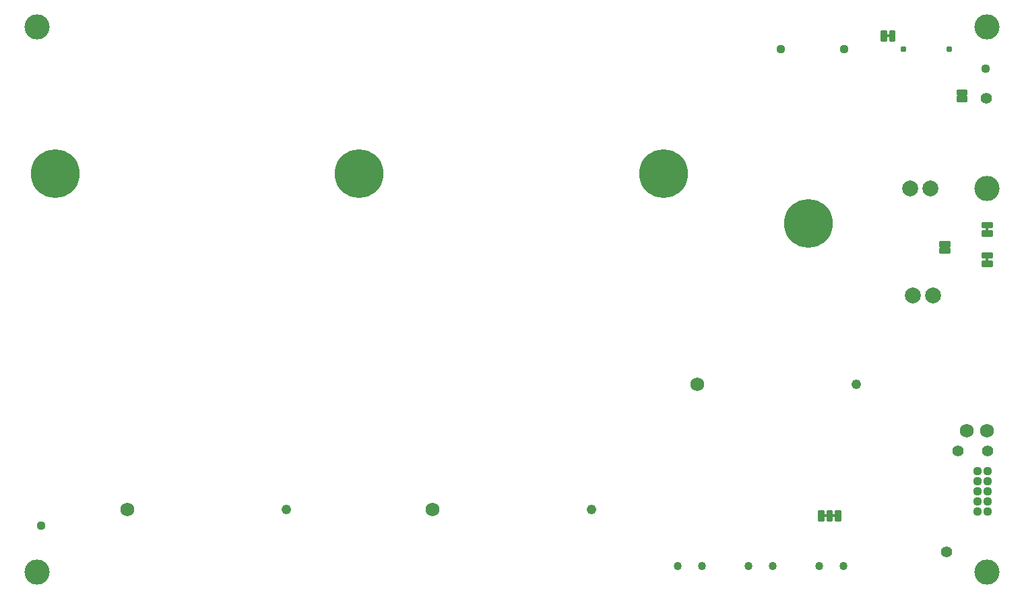
<source format=gbs>
G04 EAGLE Gerber RS-274X export*
G75*
%MOMM*%
%FSLAX34Y34*%
%LPD*%
%INSoldermask Bottom*%
%IPPOS*%
%AMOC8*
5,1,8,0,0,1.08239X$1,22.5*%
G01*
%ADD10C,6.127000*%
%ADD11C,3.175000*%
%ADD12C,1.227000*%
%ADD13C,1.727000*%
%ADD14C,0.777000*%
%ADD15C,1.127000*%
%ADD16C,1.397000*%
%ADD17C,0.228600*%
%ADD18C,2.006600*%
%ADD19C,0.228344*%
%ADD20C,1.027000*%

G36*
X1220535Y454672D02*
X1220535Y454672D01*
X1220601Y454674D01*
X1220644Y454692D01*
X1220691Y454700D01*
X1220748Y454734D01*
X1220808Y454759D01*
X1220843Y454790D01*
X1220884Y454815D01*
X1220926Y454866D01*
X1220974Y454910D01*
X1220996Y454952D01*
X1221025Y454989D01*
X1221046Y455051D01*
X1221077Y455110D01*
X1221085Y455164D01*
X1221097Y455201D01*
X1221096Y455241D01*
X1221104Y455295D01*
X1221104Y459105D01*
X1221093Y459170D01*
X1221091Y459236D01*
X1221073Y459279D01*
X1221065Y459326D01*
X1221031Y459383D01*
X1221006Y459443D01*
X1220975Y459478D01*
X1220950Y459519D01*
X1220899Y459561D01*
X1220855Y459609D01*
X1220813Y459631D01*
X1220776Y459660D01*
X1220714Y459681D01*
X1220655Y459712D01*
X1220601Y459720D01*
X1220564Y459732D01*
X1220524Y459731D01*
X1220470Y459739D01*
X1217930Y459739D01*
X1217865Y459728D01*
X1217799Y459726D01*
X1217756Y459708D01*
X1217709Y459700D01*
X1217652Y459666D01*
X1217592Y459641D01*
X1217557Y459610D01*
X1217516Y459585D01*
X1217475Y459534D01*
X1217426Y459490D01*
X1217404Y459448D01*
X1217375Y459411D01*
X1217354Y459349D01*
X1217323Y459290D01*
X1217315Y459236D01*
X1217303Y459199D01*
X1217303Y459195D01*
X1217303Y459194D01*
X1217304Y459159D01*
X1217296Y459105D01*
X1217296Y455295D01*
X1217307Y455230D01*
X1217309Y455164D01*
X1217327Y455121D01*
X1217335Y455074D01*
X1217369Y455017D01*
X1217394Y454957D01*
X1217425Y454922D01*
X1217450Y454881D01*
X1217501Y454840D01*
X1217545Y454791D01*
X1217587Y454769D01*
X1217624Y454740D01*
X1217686Y454719D01*
X1217745Y454688D01*
X1217799Y454680D01*
X1217836Y454668D01*
X1217876Y454669D01*
X1217930Y454661D01*
X1220470Y454661D01*
X1220535Y454672D01*
G37*
G36*
X1220535Y416572D02*
X1220535Y416572D01*
X1220601Y416574D01*
X1220644Y416592D01*
X1220691Y416600D01*
X1220748Y416634D01*
X1220808Y416659D01*
X1220843Y416690D01*
X1220884Y416715D01*
X1220926Y416766D01*
X1220974Y416810D01*
X1220996Y416852D01*
X1221025Y416889D01*
X1221046Y416951D01*
X1221077Y417010D01*
X1221085Y417064D01*
X1221097Y417101D01*
X1221096Y417141D01*
X1221104Y417195D01*
X1221104Y421005D01*
X1221093Y421070D01*
X1221091Y421136D01*
X1221073Y421179D01*
X1221065Y421226D01*
X1221031Y421283D01*
X1221006Y421343D01*
X1220975Y421378D01*
X1220950Y421419D01*
X1220899Y421461D01*
X1220855Y421509D01*
X1220813Y421531D01*
X1220776Y421560D01*
X1220714Y421581D01*
X1220655Y421612D01*
X1220601Y421620D01*
X1220564Y421632D01*
X1220524Y421631D01*
X1220470Y421639D01*
X1217930Y421639D01*
X1217865Y421628D01*
X1217799Y421626D01*
X1217756Y421608D01*
X1217709Y421600D01*
X1217652Y421566D01*
X1217592Y421541D01*
X1217557Y421510D01*
X1217516Y421485D01*
X1217475Y421434D01*
X1217426Y421390D01*
X1217404Y421348D01*
X1217375Y421311D01*
X1217354Y421249D01*
X1217323Y421190D01*
X1217315Y421136D01*
X1217303Y421099D01*
X1217303Y421095D01*
X1217303Y421094D01*
X1217304Y421059D01*
X1217296Y421005D01*
X1217296Y417195D01*
X1217307Y417130D01*
X1217309Y417064D01*
X1217327Y417021D01*
X1217335Y416974D01*
X1217369Y416917D01*
X1217394Y416857D01*
X1217425Y416822D01*
X1217450Y416781D01*
X1217501Y416740D01*
X1217545Y416691D01*
X1217587Y416669D01*
X1217624Y416640D01*
X1217686Y416619D01*
X1217745Y416588D01*
X1217799Y416580D01*
X1217836Y416568D01*
X1217876Y416569D01*
X1217930Y416561D01*
X1220470Y416561D01*
X1220535Y416572D01*
G37*
G36*
X1096710Y698385D02*
X1096710Y698385D01*
X1096776Y698387D01*
X1096819Y698405D01*
X1096866Y698413D01*
X1096923Y698447D01*
X1096983Y698472D01*
X1097018Y698503D01*
X1097059Y698528D01*
X1097101Y698579D01*
X1097149Y698623D01*
X1097171Y698665D01*
X1097200Y698702D01*
X1097221Y698764D01*
X1097252Y698823D01*
X1097260Y698877D01*
X1097272Y698914D01*
X1097271Y698954D01*
X1097279Y699008D01*
X1097279Y701548D01*
X1097268Y701613D01*
X1097266Y701679D01*
X1097248Y701722D01*
X1097240Y701769D01*
X1097206Y701826D01*
X1097181Y701886D01*
X1097150Y701921D01*
X1097125Y701962D01*
X1097074Y702004D01*
X1097030Y702052D01*
X1096988Y702074D01*
X1096951Y702103D01*
X1096889Y702124D01*
X1096830Y702155D01*
X1096776Y702163D01*
X1096739Y702175D01*
X1096699Y702174D01*
X1096645Y702182D01*
X1092835Y702182D01*
X1092770Y702171D01*
X1092704Y702169D01*
X1092661Y702151D01*
X1092614Y702143D01*
X1092557Y702109D01*
X1092497Y702084D01*
X1092462Y702053D01*
X1092421Y702028D01*
X1092380Y701977D01*
X1092331Y701933D01*
X1092309Y701891D01*
X1092280Y701854D01*
X1092259Y701792D01*
X1092228Y701733D01*
X1092220Y701679D01*
X1092208Y701642D01*
X1092208Y701639D01*
X1092209Y701602D01*
X1092201Y701548D01*
X1092201Y699008D01*
X1092212Y698943D01*
X1092214Y698877D01*
X1092232Y698834D01*
X1092240Y698787D01*
X1092274Y698730D01*
X1092299Y698670D01*
X1092330Y698635D01*
X1092355Y698594D01*
X1092406Y698553D01*
X1092450Y698504D01*
X1092492Y698482D01*
X1092529Y698453D01*
X1092591Y698432D01*
X1092650Y698401D01*
X1092704Y698393D01*
X1092741Y698381D01*
X1092781Y698382D01*
X1092835Y698374D01*
X1096645Y698374D01*
X1096710Y698385D01*
G37*
G36*
X1017970Y94627D02*
X1017970Y94627D01*
X1018036Y94629D01*
X1018079Y94647D01*
X1018126Y94655D01*
X1018183Y94689D01*
X1018243Y94714D01*
X1018278Y94745D01*
X1018319Y94770D01*
X1018361Y94821D01*
X1018409Y94865D01*
X1018431Y94907D01*
X1018460Y94944D01*
X1018481Y95006D01*
X1018512Y95065D01*
X1018520Y95119D01*
X1018532Y95156D01*
X1018531Y95196D01*
X1018539Y95250D01*
X1018539Y97790D01*
X1018528Y97855D01*
X1018526Y97921D01*
X1018508Y97964D01*
X1018500Y98011D01*
X1018466Y98068D01*
X1018441Y98128D01*
X1018410Y98163D01*
X1018385Y98204D01*
X1018334Y98246D01*
X1018290Y98294D01*
X1018248Y98316D01*
X1018211Y98345D01*
X1018149Y98366D01*
X1018090Y98397D01*
X1018036Y98405D01*
X1017999Y98417D01*
X1017959Y98416D01*
X1017905Y98424D01*
X1014095Y98424D01*
X1014030Y98413D01*
X1013964Y98411D01*
X1013921Y98393D01*
X1013874Y98385D01*
X1013817Y98351D01*
X1013757Y98326D01*
X1013722Y98295D01*
X1013681Y98270D01*
X1013640Y98219D01*
X1013591Y98175D01*
X1013569Y98133D01*
X1013540Y98096D01*
X1013519Y98034D01*
X1013488Y97975D01*
X1013480Y97921D01*
X1013468Y97884D01*
X1013468Y97881D01*
X1013469Y97844D01*
X1013461Y97790D01*
X1013461Y95250D01*
X1013472Y95185D01*
X1013474Y95119D01*
X1013492Y95076D01*
X1013500Y95029D01*
X1013534Y94972D01*
X1013559Y94912D01*
X1013590Y94877D01*
X1013615Y94836D01*
X1013666Y94795D01*
X1013710Y94746D01*
X1013752Y94724D01*
X1013789Y94695D01*
X1013851Y94674D01*
X1013910Y94643D01*
X1013964Y94635D01*
X1014001Y94623D01*
X1014041Y94624D01*
X1014095Y94616D01*
X1017905Y94616D01*
X1017970Y94627D01*
G37*
G36*
X1028130Y94627D02*
X1028130Y94627D01*
X1028196Y94629D01*
X1028239Y94647D01*
X1028286Y94655D01*
X1028343Y94689D01*
X1028403Y94714D01*
X1028438Y94745D01*
X1028479Y94770D01*
X1028521Y94821D01*
X1028569Y94865D01*
X1028591Y94907D01*
X1028620Y94944D01*
X1028641Y95006D01*
X1028672Y95065D01*
X1028680Y95119D01*
X1028692Y95156D01*
X1028691Y95196D01*
X1028699Y95250D01*
X1028699Y97790D01*
X1028688Y97855D01*
X1028686Y97921D01*
X1028668Y97964D01*
X1028660Y98011D01*
X1028626Y98068D01*
X1028601Y98128D01*
X1028570Y98163D01*
X1028545Y98204D01*
X1028494Y98246D01*
X1028450Y98294D01*
X1028408Y98316D01*
X1028371Y98345D01*
X1028309Y98366D01*
X1028250Y98397D01*
X1028196Y98405D01*
X1028159Y98417D01*
X1028119Y98416D01*
X1028065Y98424D01*
X1024255Y98424D01*
X1024190Y98413D01*
X1024124Y98411D01*
X1024081Y98393D01*
X1024034Y98385D01*
X1023977Y98351D01*
X1023917Y98326D01*
X1023882Y98295D01*
X1023841Y98270D01*
X1023800Y98219D01*
X1023751Y98175D01*
X1023729Y98133D01*
X1023700Y98096D01*
X1023679Y98034D01*
X1023648Y97975D01*
X1023640Y97921D01*
X1023628Y97884D01*
X1023628Y97881D01*
X1023629Y97844D01*
X1023621Y97790D01*
X1023621Y95250D01*
X1023632Y95185D01*
X1023634Y95119D01*
X1023652Y95076D01*
X1023660Y95029D01*
X1023694Y94972D01*
X1023719Y94912D01*
X1023750Y94877D01*
X1023775Y94836D01*
X1023826Y94795D01*
X1023870Y94746D01*
X1023912Y94724D01*
X1023949Y94695D01*
X1024011Y94674D01*
X1024070Y94643D01*
X1024124Y94635D01*
X1024161Y94623D01*
X1024201Y94624D01*
X1024255Y94616D01*
X1028065Y94616D01*
X1028130Y94627D01*
G37*
D10*
X48400Y526542D03*
X994628Y463858D03*
D11*
X1219200Y25400D03*
X25400Y25400D03*
X25400Y711200D03*
X1219200Y711200D03*
D12*
X1055040Y261620D03*
D13*
X855040Y261620D03*
D14*
X1171900Y683486D03*
X1114100Y683486D03*
D15*
X1219838Y114242D03*
X1219838Y126942D03*
X1219838Y139642D03*
X1219838Y152342D03*
X1219838Y101542D03*
X1207138Y114242D03*
X1207138Y126942D03*
X1207138Y139642D03*
X1207138Y152342D03*
X1207138Y101542D03*
D16*
X1182870Y177920D03*
X1168400Y50800D03*
X1218438Y621284D03*
X1220160Y178020D03*
D15*
X30480Y83820D03*
X1217930Y659130D03*
D13*
X1219200Y203200D03*
D17*
X1181608Y626491D02*
X1181608Y631825D01*
X1193292Y631825D01*
X1193292Y626491D01*
X1181608Y626491D01*
X1181608Y628663D02*
X1193292Y628663D01*
X1193292Y630835D02*
X1181608Y630835D01*
X1181608Y623697D02*
X1181608Y618363D01*
X1181608Y623697D02*
X1193292Y623697D01*
X1193292Y618363D01*
X1181608Y618363D01*
X1181608Y620535D02*
X1193292Y620535D01*
X1193292Y622707D02*
X1181608Y622707D01*
D18*
X1126236Y373126D03*
X1151636Y373126D03*
D17*
X1171956Y427355D02*
X1171956Y432689D01*
X1171956Y427355D02*
X1160272Y427355D01*
X1160272Y432689D01*
X1171956Y432689D01*
X1171956Y429527D02*
X1160272Y429527D01*
X1160272Y431699D02*
X1171956Y431699D01*
X1171956Y435483D02*
X1171956Y440817D01*
X1171956Y435483D02*
X1160272Y435483D01*
X1160272Y440817D01*
X1171956Y440817D01*
X1171956Y437655D02*
X1160272Y437655D01*
X1160272Y439827D02*
X1171956Y439827D01*
D19*
X1225044Y416689D02*
X1225044Y411097D01*
X1213356Y411097D01*
X1213356Y416689D01*
X1225044Y416689D01*
X1225044Y413266D02*
X1213356Y413266D01*
X1213356Y415435D02*
X1225044Y415435D01*
X1225044Y421511D02*
X1225044Y427103D01*
X1225044Y421511D02*
X1213356Y421511D01*
X1213356Y427103D01*
X1225044Y427103D01*
X1225044Y423680D02*
X1213356Y423680D01*
X1213356Y425849D02*
X1225044Y425849D01*
D15*
X960100Y683260D03*
X1040100Y683260D03*
D19*
X1225044Y454789D02*
X1225044Y449197D01*
X1213356Y449197D01*
X1213356Y454789D01*
X1225044Y454789D01*
X1225044Y451366D02*
X1213356Y451366D01*
X1213356Y453535D02*
X1225044Y453535D01*
X1225044Y459611D02*
X1225044Y465203D01*
X1225044Y459611D02*
X1213356Y459611D01*
X1213356Y465203D01*
X1225044Y465203D01*
X1225044Y461780D02*
X1213356Y461780D01*
X1213356Y463949D02*
X1225044Y463949D01*
D10*
X430368Y526542D03*
X812924Y526796D03*
D11*
X1219200Y508000D03*
D19*
X1092329Y694434D02*
X1086737Y694434D01*
X1086737Y706122D01*
X1092329Y706122D01*
X1092329Y694434D01*
X1092329Y696603D02*
X1086737Y696603D01*
X1086737Y698772D02*
X1092329Y698772D01*
X1092329Y700941D02*
X1086737Y700941D01*
X1086737Y703110D02*
X1092329Y703110D01*
X1092329Y705279D02*
X1086737Y705279D01*
X1097151Y694434D02*
X1102743Y694434D01*
X1097151Y694434D02*
X1097151Y706122D01*
X1102743Y706122D01*
X1102743Y694434D01*
X1102743Y696603D02*
X1097151Y696603D01*
X1097151Y698772D02*
X1102743Y698772D01*
X1102743Y700941D02*
X1097151Y700941D01*
X1097151Y703110D02*
X1102743Y703110D01*
X1102743Y705279D02*
X1097151Y705279D01*
D12*
X722300Y104140D03*
D13*
X522300Y104140D03*
D12*
X338760Y104140D03*
D13*
X138760Y104140D03*
D19*
X1007870Y90676D02*
X1013462Y90676D01*
X1007870Y90676D02*
X1007870Y102364D01*
X1013462Y102364D01*
X1013462Y90676D01*
X1013462Y92845D02*
X1007870Y92845D01*
X1007870Y95014D02*
X1013462Y95014D01*
X1013462Y97183D02*
X1007870Y97183D01*
X1007870Y99352D02*
X1013462Y99352D01*
X1013462Y101521D02*
X1007870Y101521D01*
X1018284Y90676D02*
X1023876Y90676D01*
X1018284Y90676D02*
X1018284Y102364D01*
X1023876Y102364D01*
X1023876Y90676D01*
X1023876Y92845D02*
X1018284Y92845D01*
X1018284Y95014D02*
X1023876Y95014D01*
X1023876Y97183D02*
X1018284Y97183D01*
X1018284Y99352D02*
X1023876Y99352D01*
X1023876Y101521D02*
X1018284Y101521D01*
X1028698Y90676D02*
X1034290Y90676D01*
X1028698Y90676D02*
X1028698Y102364D01*
X1034290Y102364D01*
X1034290Y90676D01*
X1034290Y92845D02*
X1028698Y92845D01*
X1028698Y95014D02*
X1034290Y95014D01*
X1034290Y97183D02*
X1028698Y97183D01*
X1028698Y99352D02*
X1034290Y99352D01*
X1034290Y101521D02*
X1028698Y101521D01*
D18*
X1148080Y508000D03*
X1122680Y508000D03*
D13*
X1193800Y203200D03*
D20*
X949720Y33020D03*
X919720Y33020D03*
X860820Y33020D03*
X830820Y33020D03*
X1038620Y33020D03*
X1008620Y33020D03*
M02*

</source>
